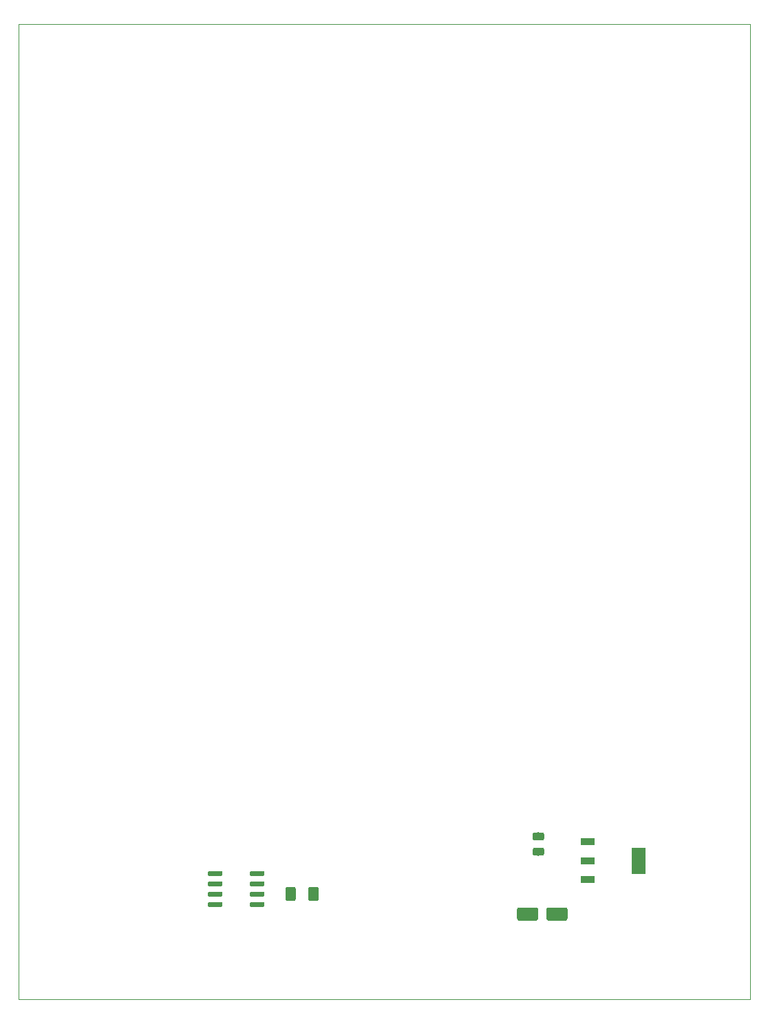
<source format=gbr>
G04 #@! TF.GenerationSoftware,KiCad,Pcbnew,(5.1.4)-1*
G04 #@! TF.CreationDate,2021-03-22T19:47:50+01:00*
G04 #@! TF.ProjectId,TFG_CANDevice,5446475f-4341-44e4-9465-766963652e6b,rev?*
G04 #@! TF.SameCoordinates,Original*
G04 #@! TF.FileFunction,Paste,Top*
G04 #@! TF.FilePolarity,Positive*
%FSLAX46Y46*%
G04 Gerber Fmt 4.6, Leading zero omitted, Abs format (unit mm)*
G04 Created by KiCad (PCBNEW (5.1.4)-1) date 2021-03-22 19:47:50*
%MOMM*%
%LPD*%
G04 APERTURE LIST*
%ADD10C,0.050000*%
%ADD11C,0.100000*%
%ADD12C,0.600000*%
%ADD13C,1.250000*%
%ADD14R,1.750000X0.950000*%
%ADD15R,1.750000X3.200000*%
%ADD16C,1.600000*%
%ADD17C,0.975000*%
G04 APERTURE END LIST*
D10*
X222680000Y-42020000D02*
X222680000Y-162000000D01*
X132690000Y-42020000D02*
X222680000Y-42020000D01*
X132690000Y-162000000D02*
X132690000Y-42020000D01*
X222680000Y-162000000D02*
X132690000Y-162000000D01*
D11*
G36*
X162784703Y-146205722D02*
G01*
X162799264Y-146207882D01*
X162813543Y-146211459D01*
X162827403Y-146216418D01*
X162840710Y-146222712D01*
X162853336Y-146230280D01*
X162865159Y-146239048D01*
X162876066Y-146248934D01*
X162885952Y-146259841D01*
X162894720Y-146271664D01*
X162902288Y-146284290D01*
X162908582Y-146297597D01*
X162913541Y-146311457D01*
X162917118Y-146325736D01*
X162919278Y-146340297D01*
X162920000Y-146355000D01*
X162920000Y-146655000D01*
X162919278Y-146669703D01*
X162917118Y-146684264D01*
X162913541Y-146698543D01*
X162908582Y-146712403D01*
X162902288Y-146725710D01*
X162894720Y-146738336D01*
X162885952Y-146750159D01*
X162876066Y-146761066D01*
X162865159Y-146770952D01*
X162853336Y-146779720D01*
X162840710Y-146787288D01*
X162827403Y-146793582D01*
X162813543Y-146798541D01*
X162799264Y-146802118D01*
X162784703Y-146804278D01*
X162770000Y-146805000D01*
X161320000Y-146805000D01*
X161305297Y-146804278D01*
X161290736Y-146802118D01*
X161276457Y-146798541D01*
X161262597Y-146793582D01*
X161249290Y-146787288D01*
X161236664Y-146779720D01*
X161224841Y-146770952D01*
X161213934Y-146761066D01*
X161204048Y-146750159D01*
X161195280Y-146738336D01*
X161187712Y-146725710D01*
X161181418Y-146712403D01*
X161176459Y-146698543D01*
X161172882Y-146684264D01*
X161170722Y-146669703D01*
X161170000Y-146655000D01*
X161170000Y-146355000D01*
X161170722Y-146340297D01*
X161172882Y-146325736D01*
X161176459Y-146311457D01*
X161181418Y-146297597D01*
X161187712Y-146284290D01*
X161195280Y-146271664D01*
X161204048Y-146259841D01*
X161213934Y-146248934D01*
X161224841Y-146239048D01*
X161236664Y-146230280D01*
X161249290Y-146222712D01*
X161262597Y-146216418D01*
X161276457Y-146211459D01*
X161290736Y-146207882D01*
X161305297Y-146205722D01*
X161320000Y-146205000D01*
X162770000Y-146205000D01*
X162784703Y-146205722D01*
X162784703Y-146205722D01*
G37*
D12*
X162045000Y-146505000D03*
D11*
G36*
X162784703Y-147475722D02*
G01*
X162799264Y-147477882D01*
X162813543Y-147481459D01*
X162827403Y-147486418D01*
X162840710Y-147492712D01*
X162853336Y-147500280D01*
X162865159Y-147509048D01*
X162876066Y-147518934D01*
X162885952Y-147529841D01*
X162894720Y-147541664D01*
X162902288Y-147554290D01*
X162908582Y-147567597D01*
X162913541Y-147581457D01*
X162917118Y-147595736D01*
X162919278Y-147610297D01*
X162920000Y-147625000D01*
X162920000Y-147925000D01*
X162919278Y-147939703D01*
X162917118Y-147954264D01*
X162913541Y-147968543D01*
X162908582Y-147982403D01*
X162902288Y-147995710D01*
X162894720Y-148008336D01*
X162885952Y-148020159D01*
X162876066Y-148031066D01*
X162865159Y-148040952D01*
X162853336Y-148049720D01*
X162840710Y-148057288D01*
X162827403Y-148063582D01*
X162813543Y-148068541D01*
X162799264Y-148072118D01*
X162784703Y-148074278D01*
X162770000Y-148075000D01*
X161320000Y-148075000D01*
X161305297Y-148074278D01*
X161290736Y-148072118D01*
X161276457Y-148068541D01*
X161262597Y-148063582D01*
X161249290Y-148057288D01*
X161236664Y-148049720D01*
X161224841Y-148040952D01*
X161213934Y-148031066D01*
X161204048Y-148020159D01*
X161195280Y-148008336D01*
X161187712Y-147995710D01*
X161181418Y-147982403D01*
X161176459Y-147968543D01*
X161172882Y-147954264D01*
X161170722Y-147939703D01*
X161170000Y-147925000D01*
X161170000Y-147625000D01*
X161170722Y-147610297D01*
X161172882Y-147595736D01*
X161176459Y-147581457D01*
X161181418Y-147567597D01*
X161187712Y-147554290D01*
X161195280Y-147541664D01*
X161204048Y-147529841D01*
X161213934Y-147518934D01*
X161224841Y-147509048D01*
X161236664Y-147500280D01*
X161249290Y-147492712D01*
X161262597Y-147486418D01*
X161276457Y-147481459D01*
X161290736Y-147477882D01*
X161305297Y-147475722D01*
X161320000Y-147475000D01*
X162770000Y-147475000D01*
X162784703Y-147475722D01*
X162784703Y-147475722D01*
G37*
D12*
X162045000Y-147775000D03*
D11*
G36*
X162784703Y-148745722D02*
G01*
X162799264Y-148747882D01*
X162813543Y-148751459D01*
X162827403Y-148756418D01*
X162840710Y-148762712D01*
X162853336Y-148770280D01*
X162865159Y-148779048D01*
X162876066Y-148788934D01*
X162885952Y-148799841D01*
X162894720Y-148811664D01*
X162902288Y-148824290D01*
X162908582Y-148837597D01*
X162913541Y-148851457D01*
X162917118Y-148865736D01*
X162919278Y-148880297D01*
X162920000Y-148895000D01*
X162920000Y-149195000D01*
X162919278Y-149209703D01*
X162917118Y-149224264D01*
X162913541Y-149238543D01*
X162908582Y-149252403D01*
X162902288Y-149265710D01*
X162894720Y-149278336D01*
X162885952Y-149290159D01*
X162876066Y-149301066D01*
X162865159Y-149310952D01*
X162853336Y-149319720D01*
X162840710Y-149327288D01*
X162827403Y-149333582D01*
X162813543Y-149338541D01*
X162799264Y-149342118D01*
X162784703Y-149344278D01*
X162770000Y-149345000D01*
X161320000Y-149345000D01*
X161305297Y-149344278D01*
X161290736Y-149342118D01*
X161276457Y-149338541D01*
X161262597Y-149333582D01*
X161249290Y-149327288D01*
X161236664Y-149319720D01*
X161224841Y-149310952D01*
X161213934Y-149301066D01*
X161204048Y-149290159D01*
X161195280Y-149278336D01*
X161187712Y-149265710D01*
X161181418Y-149252403D01*
X161176459Y-149238543D01*
X161172882Y-149224264D01*
X161170722Y-149209703D01*
X161170000Y-149195000D01*
X161170000Y-148895000D01*
X161170722Y-148880297D01*
X161172882Y-148865736D01*
X161176459Y-148851457D01*
X161181418Y-148837597D01*
X161187712Y-148824290D01*
X161195280Y-148811664D01*
X161204048Y-148799841D01*
X161213934Y-148788934D01*
X161224841Y-148779048D01*
X161236664Y-148770280D01*
X161249290Y-148762712D01*
X161262597Y-148756418D01*
X161276457Y-148751459D01*
X161290736Y-148747882D01*
X161305297Y-148745722D01*
X161320000Y-148745000D01*
X162770000Y-148745000D01*
X162784703Y-148745722D01*
X162784703Y-148745722D01*
G37*
D12*
X162045000Y-149045000D03*
D11*
G36*
X162784703Y-150015722D02*
G01*
X162799264Y-150017882D01*
X162813543Y-150021459D01*
X162827403Y-150026418D01*
X162840710Y-150032712D01*
X162853336Y-150040280D01*
X162865159Y-150049048D01*
X162876066Y-150058934D01*
X162885952Y-150069841D01*
X162894720Y-150081664D01*
X162902288Y-150094290D01*
X162908582Y-150107597D01*
X162913541Y-150121457D01*
X162917118Y-150135736D01*
X162919278Y-150150297D01*
X162920000Y-150165000D01*
X162920000Y-150465000D01*
X162919278Y-150479703D01*
X162917118Y-150494264D01*
X162913541Y-150508543D01*
X162908582Y-150522403D01*
X162902288Y-150535710D01*
X162894720Y-150548336D01*
X162885952Y-150560159D01*
X162876066Y-150571066D01*
X162865159Y-150580952D01*
X162853336Y-150589720D01*
X162840710Y-150597288D01*
X162827403Y-150603582D01*
X162813543Y-150608541D01*
X162799264Y-150612118D01*
X162784703Y-150614278D01*
X162770000Y-150615000D01*
X161320000Y-150615000D01*
X161305297Y-150614278D01*
X161290736Y-150612118D01*
X161276457Y-150608541D01*
X161262597Y-150603582D01*
X161249290Y-150597288D01*
X161236664Y-150589720D01*
X161224841Y-150580952D01*
X161213934Y-150571066D01*
X161204048Y-150560159D01*
X161195280Y-150548336D01*
X161187712Y-150535710D01*
X161181418Y-150522403D01*
X161176459Y-150508543D01*
X161172882Y-150494264D01*
X161170722Y-150479703D01*
X161170000Y-150465000D01*
X161170000Y-150165000D01*
X161170722Y-150150297D01*
X161172882Y-150135736D01*
X161176459Y-150121457D01*
X161181418Y-150107597D01*
X161187712Y-150094290D01*
X161195280Y-150081664D01*
X161204048Y-150069841D01*
X161213934Y-150058934D01*
X161224841Y-150049048D01*
X161236664Y-150040280D01*
X161249290Y-150032712D01*
X161262597Y-150026418D01*
X161276457Y-150021459D01*
X161290736Y-150017882D01*
X161305297Y-150015722D01*
X161320000Y-150015000D01*
X162770000Y-150015000D01*
X162784703Y-150015722D01*
X162784703Y-150015722D01*
G37*
D12*
X162045000Y-150315000D03*
D11*
G36*
X157634703Y-150015722D02*
G01*
X157649264Y-150017882D01*
X157663543Y-150021459D01*
X157677403Y-150026418D01*
X157690710Y-150032712D01*
X157703336Y-150040280D01*
X157715159Y-150049048D01*
X157726066Y-150058934D01*
X157735952Y-150069841D01*
X157744720Y-150081664D01*
X157752288Y-150094290D01*
X157758582Y-150107597D01*
X157763541Y-150121457D01*
X157767118Y-150135736D01*
X157769278Y-150150297D01*
X157770000Y-150165000D01*
X157770000Y-150465000D01*
X157769278Y-150479703D01*
X157767118Y-150494264D01*
X157763541Y-150508543D01*
X157758582Y-150522403D01*
X157752288Y-150535710D01*
X157744720Y-150548336D01*
X157735952Y-150560159D01*
X157726066Y-150571066D01*
X157715159Y-150580952D01*
X157703336Y-150589720D01*
X157690710Y-150597288D01*
X157677403Y-150603582D01*
X157663543Y-150608541D01*
X157649264Y-150612118D01*
X157634703Y-150614278D01*
X157620000Y-150615000D01*
X156170000Y-150615000D01*
X156155297Y-150614278D01*
X156140736Y-150612118D01*
X156126457Y-150608541D01*
X156112597Y-150603582D01*
X156099290Y-150597288D01*
X156086664Y-150589720D01*
X156074841Y-150580952D01*
X156063934Y-150571066D01*
X156054048Y-150560159D01*
X156045280Y-150548336D01*
X156037712Y-150535710D01*
X156031418Y-150522403D01*
X156026459Y-150508543D01*
X156022882Y-150494264D01*
X156020722Y-150479703D01*
X156020000Y-150465000D01*
X156020000Y-150165000D01*
X156020722Y-150150297D01*
X156022882Y-150135736D01*
X156026459Y-150121457D01*
X156031418Y-150107597D01*
X156037712Y-150094290D01*
X156045280Y-150081664D01*
X156054048Y-150069841D01*
X156063934Y-150058934D01*
X156074841Y-150049048D01*
X156086664Y-150040280D01*
X156099290Y-150032712D01*
X156112597Y-150026418D01*
X156126457Y-150021459D01*
X156140736Y-150017882D01*
X156155297Y-150015722D01*
X156170000Y-150015000D01*
X157620000Y-150015000D01*
X157634703Y-150015722D01*
X157634703Y-150015722D01*
G37*
D12*
X156895000Y-150315000D03*
D11*
G36*
X157634703Y-148745722D02*
G01*
X157649264Y-148747882D01*
X157663543Y-148751459D01*
X157677403Y-148756418D01*
X157690710Y-148762712D01*
X157703336Y-148770280D01*
X157715159Y-148779048D01*
X157726066Y-148788934D01*
X157735952Y-148799841D01*
X157744720Y-148811664D01*
X157752288Y-148824290D01*
X157758582Y-148837597D01*
X157763541Y-148851457D01*
X157767118Y-148865736D01*
X157769278Y-148880297D01*
X157770000Y-148895000D01*
X157770000Y-149195000D01*
X157769278Y-149209703D01*
X157767118Y-149224264D01*
X157763541Y-149238543D01*
X157758582Y-149252403D01*
X157752288Y-149265710D01*
X157744720Y-149278336D01*
X157735952Y-149290159D01*
X157726066Y-149301066D01*
X157715159Y-149310952D01*
X157703336Y-149319720D01*
X157690710Y-149327288D01*
X157677403Y-149333582D01*
X157663543Y-149338541D01*
X157649264Y-149342118D01*
X157634703Y-149344278D01*
X157620000Y-149345000D01*
X156170000Y-149345000D01*
X156155297Y-149344278D01*
X156140736Y-149342118D01*
X156126457Y-149338541D01*
X156112597Y-149333582D01*
X156099290Y-149327288D01*
X156086664Y-149319720D01*
X156074841Y-149310952D01*
X156063934Y-149301066D01*
X156054048Y-149290159D01*
X156045280Y-149278336D01*
X156037712Y-149265710D01*
X156031418Y-149252403D01*
X156026459Y-149238543D01*
X156022882Y-149224264D01*
X156020722Y-149209703D01*
X156020000Y-149195000D01*
X156020000Y-148895000D01*
X156020722Y-148880297D01*
X156022882Y-148865736D01*
X156026459Y-148851457D01*
X156031418Y-148837597D01*
X156037712Y-148824290D01*
X156045280Y-148811664D01*
X156054048Y-148799841D01*
X156063934Y-148788934D01*
X156074841Y-148779048D01*
X156086664Y-148770280D01*
X156099290Y-148762712D01*
X156112597Y-148756418D01*
X156126457Y-148751459D01*
X156140736Y-148747882D01*
X156155297Y-148745722D01*
X156170000Y-148745000D01*
X157620000Y-148745000D01*
X157634703Y-148745722D01*
X157634703Y-148745722D01*
G37*
D12*
X156895000Y-149045000D03*
D11*
G36*
X157634703Y-147475722D02*
G01*
X157649264Y-147477882D01*
X157663543Y-147481459D01*
X157677403Y-147486418D01*
X157690710Y-147492712D01*
X157703336Y-147500280D01*
X157715159Y-147509048D01*
X157726066Y-147518934D01*
X157735952Y-147529841D01*
X157744720Y-147541664D01*
X157752288Y-147554290D01*
X157758582Y-147567597D01*
X157763541Y-147581457D01*
X157767118Y-147595736D01*
X157769278Y-147610297D01*
X157770000Y-147625000D01*
X157770000Y-147925000D01*
X157769278Y-147939703D01*
X157767118Y-147954264D01*
X157763541Y-147968543D01*
X157758582Y-147982403D01*
X157752288Y-147995710D01*
X157744720Y-148008336D01*
X157735952Y-148020159D01*
X157726066Y-148031066D01*
X157715159Y-148040952D01*
X157703336Y-148049720D01*
X157690710Y-148057288D01*
X157677403Y-148063582D01*
X157663543Y-148068541D01*
X157649264Y-148072118D01*
X157634703Y-148074278D01*
X157620000Y-148075000D01*
X156170000Y-148075000D01*
X156155297Y-148074278D01*
X156140736Y-148072118D01*
X156126457Y-148068541D01*
X156112597Y-148063582D01*
X156099290Y-148057288D01*
X156086664Y-148049720D01*
X156074841Y-148040952D01*
X156063934Y-148031066D01*
X156054048Y-148020159D01*
X156045280Y-148008336D01*
X156037712Y-147995710D01*
X156031418Y-147982403D01*
X156026459Y-147968543D01*
X156022882Y-147954264D01*
X156020722Y-147939703D01*
X156020000Y-147925000D01*
X156020000Y-147625000D01*
X156020722Y-147610297D01*
X156022882Y-147595736D01*
X156026459Y-147581457D01*
X156031418Y-147567597D01*
X156037712Y-147554290D01*
X156045280Y-147541664D01*
X156054048Y-147529841D01*
X156063934Y-147518934D01*
X156074841Y-147509048D01*
X156086664Y-147500280D01*
X156099290Y-147492712D01*
X156112597Y-147486418D01*
X156126457Y-147481459D01*
X156140736Y-147477882D01*
X156155297Y-147475722D01*
X156170000Y-147475000D01*
X157620000Y-147475000D01*
X157634703Y-147475722D01*
X157634703Y-147475722D01*
G37*
D12*
X156895000Y-147775000D03*
D11*
G36*
X157634703Y-146205722D02*
G01*
X157649264Y-146207882D01*
X157663543Y-146211459D01*
X157677403Y-146216418D01*
X157690710Y-146222712D01*
X157703336Y-146230280D01*
X157715159Y-146239048D01*
X157726066Y-146248934D01*
X157735952Y-146259841D01*
X157744720Y-146271664D01*
X157752288Y-146284290D01*
X157758582Y-146297597D01*
X157763541Y-146311457D01*
X157767118Y-146325736D01*
X157769278Y-146340297D01*
X157770000Y-146355000D01*
X157770000Y-146655000D01*
X157769278Y-146669703D01*
X157767118Y-146684264D01*
X157763541Y-146698543D01*
X157758582Y-146712403D01*
X157752288Y-146725710D01*
X157744720Y-146738336D01*
X157735952Y-146750159D01*
X157726066Y-146761066D01*
X157715159Y-146770952D01*
X157703336Y-146779720D01*
X157690710Y-146787288D01*
X157677403Y-146793582D01*
X157663543Y-146798541D01*
X157649264Y-146802118D01*
X157634703Y-146804278D01*
X157620000Y-146805000D01*
X156170000Y-146805000D01*
X156155297Y-146804278D01*
X156140736Y-146802118D01*
X156126457Y-146798541D01*
X156112597Y-146793582D01*
X156099290Y-146787288D01*
X156086664Y-146779720D01*
X156074841Y-146770952D01*
X156063934Y-146761066D01*
X156054048Y-146750159D01*
X156045280Y-146738336D01*
X156037712Y-146725710D01*
X156031418Y-146712403D01*
X156026459Y-146698543D01*
X156022882Y-146684264D01*
X156020722Y-146669703D01*
X156020000Y-146655000D01*
X156020000Y-146355000D01*
X156020722Y-146340297D01*
X156022882Y-146325736D01*
X156026459Y-146311457D01*
X156031418Y-146297597D01*
X156037712Y-146284290D01*
X156045280Y-146271664D01*
X156054048Y-146259841D01*
X156063934Y-146248934D01*
X156074841Y-146239048D01*
X156086664Y-146230280D01*
X156099290Y-146222712D01*
X156112597Y-146216418D01*
X156126457Y-146211459D01*
X156140736Y-146207882D01*
X156155297Y-146205722D01*
X156170000Y-146205000D01*
X157620000Y-146205000D01*
X157634703Y-146205722D01*
X157634703Y-146205722D01*
G37*
D12*
X156895000Y-146505000D03*
D11*
G36*
X169369504Y-148146204D02*
G01*
X169393773Y-148149804D01*
X169417571Y-148155765D01*
X169440671Y-148164030D01*
X169462849Y-148174520D01*
X169483893Y-148187133D01*
X169503598Y-148201747D01*
X169521777Y-148218223D01*
X169538253Y-148236402D01*
X169552867Y-148256107D01*
X169565480Y-148277151D01*
X169575970Y-148299329D01*
X169584235Y-148322429D01*
X169590196Y-148346227D01*
X169593796Y-148370496D01*
X169595000Y-148395000D01*
X169595000Y-149645000D01*
X169593796Y-149669504D01*
X169590196Y-149693773D01*
X169584235Y-149717571D01*
X169575970Y-149740671D01*
X169565480Y-149762849D01*
X169552867Y-149783893D01*
X169538253Y-149803598D01*
X169521777Y-149821777D01*
X169503598Y-149838253D01*
X169483893Y-149852867D01*
X169462849Y-149865480D01*
X169440671Y-149875970D01*
X169417571Y-149884235D01*
X169393773Y-149890196D01*
X169369504Y-149893796D01*
X169345000Y-149895000D01*
X168595000Y-149895000D01*
X168570496Y-149893796D01*
X168546227Y-149890196D01*
X168522429Y-149884235D01*
X168499329Y-149875970D01*
X168477151Y-149865480D01*
X168456107Y-149852867D01*
X168436402Y-149838253D01*
X168418223Y-149821777D01*
X168401747Y-149803598D01*
X168387133Y-149783893D01*
X168374520Y-149762849D01*
X168364030Y-149740671D01*
X168355765Y-149717571D01*
X168349804Y-149693773D01*
X168346204Y-149669504D01*
X168345000Y-149645000D01*
X168345000Y-148395000D01*
X168346204Y-148370496D01*
X168349804Y-148346227D01*
X168355765Y-148322429D01*
X168364030Y-148299329D01*
X168374520Y-148277151D01*
X168387133Y-148256107D01*
X168401747Y-148236402D01*
X168418223Y-148218223D01*
X168436402Y-148201747D01*
X168456107Y-148187133D01*
X168477151Y-148174520D01*
X168499329Y-148164030D01*
X168522429Y-148155765D01*
X168546227Y-148149804D01*
X168570496Y-148146204D01*
X168595000Y-148145000D01*
X169345000Y-148145000D01*
X169369504Y-148146204D01*
X169369504Y-148146204D01*
G37*
D13*
X168970000Y-149020000D03*
D11*
G36*
X166569504Y-148146204D02*
G01*
X166593773Y-148149804D01*
X166617571Y-148155765D01*
X166640671Y-148164030D01*
X166662849Y-148174520D01*
X166683893Y-148187133D01*
X166703598Y-148201747D01*
X166721777Y-148218223D01*
X166738253Y-148236402D01*
X166752867Y-148256107D01*
X166765480Y-148277151D01*
X166775970Y-148299329D01*
X166784235Y-148322429D01*
X166790196Y-148346227D01*
X166793796Y-148370496D01*
X166795000Y-148395000D01*
X166795000Y-149645000D01*
X166793796Y-149669504D01*
X166790196Y-149693773D01*
X166784235Y-149717571D01*
X166775970Y-149740671D01*
X166765480Y-149762849D01*
X166752867Y-149783893D01*
X166738253Y-149803598D01*
X166721777Y-149821777D01*
X166703598Y-149838253D01*
X166683893Y-149852867D01*
X166662849Y-149865480D01*
X166640671Y-149875970D01*
X166617571Y-149884235D01*
X166593773Y-149890196D01*
X166569504Y-149893796D01*
X166545000Y-149895000D01*
X165795000Y-149895000D01*
X165770496Y-149893796D01*
X165746227Y-149890196D01*
X165722429Y-149884235D01*
X165699329Y-149875970D01*
X165677151Y-149865480D01*
X165656107Y-149852867D01*
X165636402Y-149838253D01*
X165618223Y-149821777D01*
X165601747Y-149803598D01*
X165587133Y-149783893D01*
X165574520Y-149762849D01*
X165564030Y-149740671D01*
X165555765Y-149717571D01*
X165549804Y-149693773D01*
X165546204Y-149669504D01*
X165545000Y-149645000D01*
X165545000Y-148395000D01*
X165546204Y-148370496D01*
X165549804Y-148346227D01*
X165555765Y-148322429D01*
X165564030Y-148299329D01*
X165574520Y-148277151D01*
X165587133Y-148256107D01*
X165601747Y-148236402D01*
X165618223Y-148218223D01*
X165636402Y-148201747D01*
X165656107Y-148187133D01*
X165677151Y-148174520D01*
X165699329Y-148164030D01*
X165722429Y-148155765D01*
X165746227Y-148149804D01*
X165770496Y-148146204D01*
X165795000Y-148145000D01*
X166545000Y-148145000D01*
X166569504Y-148146204D01*
X166569504Y-148146204D01*
G37*
D13*
X166170000Y-149020000D03*
D14*
X202700000Y-142620000D03*
X202700000Y-144920000D03*
X202700000Y-147220000D03*
D15*
X209000000Y-144920000D03*
D11*
G36*
X196404504Y-150691204D02*
G01*
X196428773Y-150694804D01*
X196452571Y-150700765D01*
X196475671Y-150709030D01*
X196497849Y-150719520D01*
X196518893Y-150732133D01*
X196538598Y-150746747D01*
X196556777Y-150763223D01*
X196573253Y-150781402D01*
X196587867Y-150801107D01*
X196600480Y-150822151D01*
X196610970Y-150844329D01*
X196619235Y-150867429D01*
X196625196Y-150891227D01*
X196628796Y-150915496D01*
X196630000Y-150940000D01*
X196630000Y-152040000D01*
X196628796Y-152064504D01*
X196625196Y-152088773D01*
X196619235Y-152112571D01*
X196610970Y-152135671D01*
X196600480Y-152157849D01*
X196587867Y-152178893D01*
X196573253Y-152198598D01*
X196556777Y-152216777D01*
X196538598Y-152233253D01*
X196518893Y-152247867D01*
X196497849Y-152260480D01*
X196475671Y-152270970D01*
X196452571Y-152279235D01*
X196428773Y-152285196D01*
X196404504Y-152288796D01*
X196380000Y-152290000D01*
X194280000Y-152290000D01*
X194255496Y-152288796D01*
X194231227Y-152285196D01*
X194207429Y-152279235D01*
X194184329Y-152270970D01*
X194162151Y-152260480D01*
X194141107Y-152247867D01*
X194121402Y-152233253D01*
X194103223Y-152216777D01*
X194086747Y-152198598D01*
X194072133Y-152178893D01*
X194059520Y-152157849D01*
X194049030Y-152135671D01*
X194040765Y-152112571D01*
X194034804Y-152088773D01*
X194031204Y-152064504D01*
X194030000Y-152040000D01*
X194030000Y-150940000D01*
X194031204Y-150915496D01*
X194034804Y-150891227D01*
X194040765Y-150867429D01*
X194049030Y-150844329D01*
X194059520Y-150822151D01*
X194072133Y-150801107D01*
X194086747Y-150781402D01*
X194103223Y-150763223D01*
X194121402Y-150746747D01*
X194141107Y-150732133D01*
X194162151Y-150719520D01*
X194184329Y-150709030D01*
X194207429Y-150700765D01*
X194231227Y-150694804D01*
X194255496Y-150691204D01*
X194280000Y-150690000D01*
X196380000Y-150690000D01*
X196404504Y-150691204D01*
X196404504Y-150691204D01*
G37*
D16*
X195330000Y-151490000D03*
D11*
G36*
X200004504Y-150691204D02*
G01*
X200028773Y-150694804D01*
X200052571Y-150700765D01*
X200075671Y-150709030D01*
X200097849Y-150719520D01*
X200118893Y-150732133D01*
X200138598Y-150746747D01*
X200156777Y-150763223D01*
X200173253Y-150781402D01*
X200187867Y-150801107D01*
X200200480Y-150822151D01*
X200210970Y-150844329D01*
X200219235Y-150867429D01*
X200225196Y-150891227D01*
X200228796Y-150915496D01*
X200230000Y-150940000D01*
X200230000Y-152040000D01*
X200228796Y-152064504D01*
X200225196Y-152088773D01*
X200219235Y-152112571D01*
X200210970Y-152135671D01*
X200200480Y-152157849D01*
X200187867Y-152178893D01*
X200173253Y-152198598D01*
X200156777Y-152216777D01*
X200138598Y-152233253D01*
X200118893Y-152247867D01*
X200097849Y-152260480D01*
X200075671Y-152270970D01*
X200052571Y-152279235D01*
X200028773Y-152285196D01*
X200004504Y-152288796D01*
X199980000Y-152290000D01*
X197880000Y-152290000D01*
X197855496Y-152288796D01*
X197831227Y-152285196D01*
X197807429Y-152279235D01*
X197784329Y-152270970D01*
X197762151Y-152260480D01*
X197741107Y-152247867D01*
X197721402Y-152233253D01*
X197703223Y-152216777D01*
X197686747Y-152198598D01*
X197672133Y-152178893D01*
X197659520Y-152157849D01*
X197649030Y-152135671D01*
X197640765Y-152112571D01*
X197634804Y-152088773D01*
X197631204Y-152064504D01*
X197630000Y-152040000D01*
X197630000Y-150940000D01*
X197631204Y-150915496D01*
X197634804Y-150891227D01*
X197640765Y-150867429D01*
X197649030Y-150844329D01*
X197659520Y-150822151D01*
X197672133Y-150801107D01*
X197686747Y-150781402D01*
X197703223Y-150763223D01*
X197721402Y-150746747D01*
X197741107Y-150732133D01*
X197762151Y-150719520D01*
X197784329Y-150709030D01*
X197807429Y-150700765D01*
X197831227Y-150694804D01*
X197855496Y-150691204D01*
X197880000Y-150690000D01*
X199980000Y-150690000D01*
X200004504Y-150691204D01*
X200004504Y-150691204D01*
G37*
D16*
X198930000Y-151490000D03*
D11*
G36*
X197140142Y-143331174D02*
G01*
X197163803Y-143334684D01*
X197187007Y-143340496D01*
X197209529Y-143348554D01*
X197231153Y-143358782D01*
X197251670Y-143371079D01*
X197270883Y-143385329D01*
X197288607Y-143401393D01*
X197304671Y-143419117D01*
X197318921Y-143438330D01*
X197331218Y-143458847D01*
X197341446Y-143480471D01*
X197349504Y-143502993D01*
X197355316Y-143526197D01*
X197358826Y-143549858D01*
X197360000Y-143573750D01*
X197360000Y-144061250D01*
X197358826Y-144085142D01*
X197355316Y-144108803D01*
X197349504Y-144132007D01*
X197341446Y-144154529D01*
X197331218Y-144176153D01*
X197318921Y-144196670D01*
X197304671Y-144215883D01*
X197288607Y-144233607D01*
X197270883Y-144249671D01*
X197251670Y-144263921D01*
X197231153Y-144276218D01*
X197209529Y-144286446D01*
X197187007Y-144294504D01*
X197163803Y-144300316D01*
X197140142Y-144303826D01*
X197116250Y-144305000D01*
X196203750Y-144305000D01*
X196179858Y-144303826D01*
X196156197Y-144300316D01*
X196132993Y-144294504D01*
X196110471Y-144286446D01*
X196088847Y-144276218D01*
X196068330Y-144263921D01*
X196049117Y-144249671D01*
X196031393Y-144233607D01*
X196015329Y-144215883D01*
X196001079Y-144196670D01*
X195988782Y-144176153D01*
X195978554Y-144154529D01*
X195970496Y-144132007D01*
X195964684Y-144108803D01*
X195961174Y-144085142D01*
X195960000Y-144061250D01*
X195960000Y-143573750D01*
X195961174Y-143549858D01*
X195964684Y-143526197D01*
X195970496Y-143502993D01*
X195978554Y-143480471D01*
X195988782Y-143458847D01*
X196001079Y-143438330D01*
X196015329Y-143419117D01*
X196031393Y-143401393D01*
X196049117Y-143385329D01*
X196068330Y-143371079D01*
X196088847Y-143358782D01*
X196110471Y-143348554D01*
X196132993Y-143340496D01*
X196156197Y-143334684D01*
X196179858Y-143331174D01*
X196203750Y-143330000D01*
X197116250Y-143330000D01*
X197140142Y-143331174D01*
X197140142Y-143331174D01*
G37*
D17*
X196660000Y-143817500D03*
D11*
G36*
X197140142Y-141456174D02*
G01*
X197163803Y-141459684D01*
X197187007Y-141465496D01*
X197209529Y-141473554D01*
X197231153Y-141483782D01*
X197251670Y-141496079D01*
X197270883Y-141510329D01*
X197288607Y-141526393D01*
X197304671Y-141544117D01*
X197318921Y-141563330D01*
X197331218Y-141583847D01*
X197341446Y-141605471D01*
X197349504Y-141627993D01*
X197355316Y-141651197D01*
X197358826Y-141674858D01*
X197360000Y-141698750D01*
X197360000Y-142186250D01*
X197358826Y-142210142D01*
X197355316Y-142233803D01*
X197349504Y-142257007D01*
X197341446Y-142279529D01*
X197331218Y-142301153D01*
X197318921Y-142321670D01*
X197304671Y-142340883D01*
X197288607Y-142358607D01*
X197270883Y-142374671D01*
X197251670Y-142388921D01*
X197231153Y-142401218D01*
X197209529Y-142411446D01*
X197187007Y-142419504D01*
X197163803Y-142425316D01*
X197140142Y-142428826D01*
X197116250Y-142430000D01*
X196203750Y-142430000D01*
X196179858Y-142428826D01*
X196156197Y-142425316D01*
X196132993Y-142419504D01*
X196110471Y-142411446D01*
X196088847Y-142401218D01*
X196068330Y-142388921D01*
X196049117Y-142374671D01*
X196031393Y-142358607D01*
X196015329Y-142340883D01*
X196001079Y-142321670D01*
X195988782Y-142301153D01*
X195978554Y-142279529D01*
X195970496Y-142257007D01*
X195964684Y-142233803D01*
X195961174Y-142210142D01*
X195960000Y-142186250D01*
X195960000Y-141698750D01*
X195961174Y-141674858D01*
X195964684Y-141651197D01*
X195970496Y-141627993D01*
X195978554Y-141605471D01*
X195988782Y-141583847D01*
X196001079Y-141563330D01*
X196015329Y-141544117D01*
X196031393Y-141526393D01*
X196049117Y-141510329D01*
X196068330Y-141496079D01*
X196088847Y-141483782D01*
X196110471Y-141473554D01*
X196132993Y-141465496D01*
X196156197Y-141459684D01*
X196179858Y-141456174D01*
X196203750Y-141455000D01*
X197116250Y-141455000D01*
X197140142Y-141456174D01*
X197140142Y-141456174D01*
G37*
D17*
X196660000Y-141942500D03*
M02*

</source>
